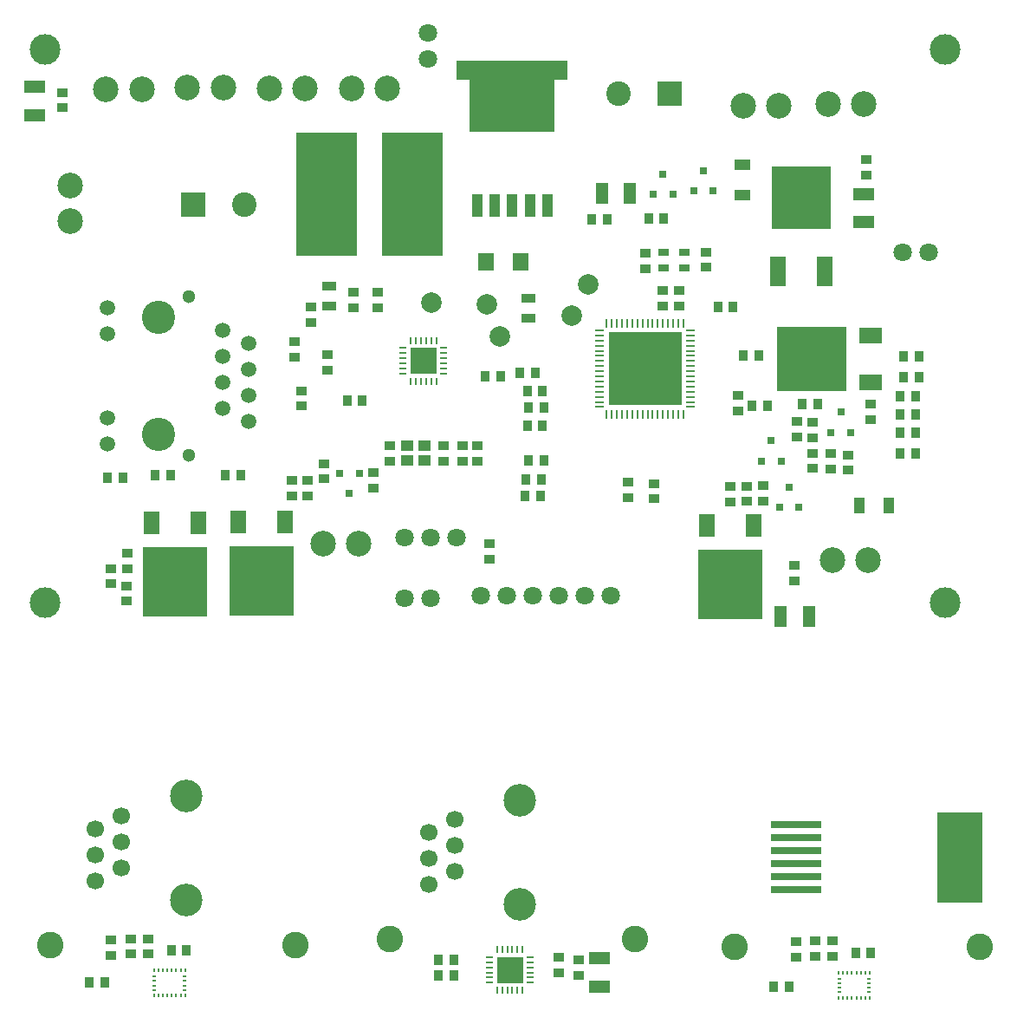
<source format=gts>
G04 #@! TF.FileFunction,Soldermask,Top*
%FSLAX46Y46*%
G04 Gerber Fmt 4.6, Leading zero omitted, Abs format (unit mm)*
G04 Created by KiCad (PCBNEW 4.0.6-e0-6349~53~ubuntu16.04.1) date Sun May 21 20:45:15 2017*
%MOMM*%
%LPD*%
G01*
G04 APERTURE LIST*
%ADD10C,0.150000*%
%ADD11C,3.000000*%
%ADD12R,1.000760X0.899160*%
%ADD13R,0.899160X1.000760*%
%ADD14R,1.397000X0.889000*%
%ADD15C,1.800000*%
%ADD16R,6.000000X12.000000*%
%ADD17R,2.499360X2.499360*%
%ADD18O,0.248920X0.800100*%
%ADD19O,0.800100X0.248920*%
%ADD20R,0.250000X0.850000*%
%ADD21R,0.850000X0.250000*%
%ADD22R,7.150000X7.150000*%
%ADD23C,0.780000*%
%ADD24R,10.800000X1.910000*%
%ADD25R,1.070000X2.160000*%
%ADD26R,8.330000X6.990000*%
%ADD27R,1.200000X1.100000*%
%ADD28R,1.000000X0.800000*%
%ADD29R,1.501140X1.000760*%
%ADD30R,1.549400X1.000760*%
%ADD31R,1.520000X1.680000*%
%ADD32R,1.000760X1.501140*%
%ADD33R,1.000760X1.549400*%
%ADD34R,1.250000X2.000000*%
%ADD35R,2.000000X1.250000*%
%ADD36C,1.500000*%
%ADD37C,3.250000*%
%ADD38C,1.300000*%
%ADD39C,2.000000*%
%ADD40R,1.000000X0.900000*%
%ADD41R,2.400000X2.400000*%
%ADD42C,2.400000*%
%ADD43R,0.900000X1.000000*%
%ADD44R,1.500000X2.300000*%
%ADD45R,6.230000X6.740000*%
%ADD46R,1.600000X3.000000*%
%ADD47R,5.800000X6.200000*%
%ADD48R,2.300000X1.500000*%
%ADD49R,6.740000X6.230000*%
%ADD50C,2.500000*%
%ADD51R,0.800100X0.800100*%
%ADD52R,0.250000X0.350000*%
%ADD53R,0.350000X0.250000*%
%ADD54C,1.700000*%
%ADD55C,3.180000*%
%ADD56C,2.600000*%
%ADD57R,5.000000X0.760000*%
%ADD58R,4.500000X8.800000*%
G04 APERTURE END LIST*
D10*
D11*
X178000000Y-113000000D03*
D12*
X132300000Y-99251840D03*
X132300000Y-97748160D03*
X130800000Y-99201840D03*
X130800000Y-97698160D03*
X129000000Y-99201840D03*
X129000000Y-97698160D03*
X123750000Y-99201840D03*
X123750000Y-97698160D03*
X122500000Y-82748160D03*
X122500000Y-84251840D03*
X133500000Y-107268160D03*
X133500000Y-108771840D03*
X149550000Y-101398160D03*
X149550000Y-102901840D03*
X157750000Y-92798160D03*
X157750000Y-94301840D03*
D13*
X136448160Y-90600000D03*
X137951840Y-90600000D03*
X159751840Y-88900000D03*
X158248160Y-88900000D03*
D14*
X137300000Y-85252500D03*
X137300000Y-83347500D03*
D12*
X120200000Y-82748160D03*
X120200000Y-84251840D03*
D13*
X134551840Y-90900000D03*
X133048160Y-90900000D03*
D12*
X152000000Y-82548160D03*
X152000000Y-84051840D03*
X148675000Y-78948160D03*
X148675000Y-80451840D03*
X154600000Y-80301840D03*
X154600000Y-78798160D03*
X150400000Y-82548160D03*
X150400000Y-84051840D03*
D14*
X117800000Y-82147500D03*
X117800000Y-84052500D03*
D11*
X90000000Y-113000000D03*
X90000000Y-59000000D03*
X178000000Y-59000000D03*
D15*
X142759680Y-112320000D03*
X145299680Y-112320000D03*
X132620000Y-112320000D03*
X135160000Y-112320000D03*
X140229840Y-112320000D03*
X137689840Y-112320000D03*
D16*
X125950000Y-73150000D03*
X117550000Y-73150000D03*
D17*
X127010000Y-89430000D03*
D18*
X125760320Y-91428980D03*
X126260700Y-91428980D03*
X126761080Y-91428980D03*
X127258920Y-91428980D03*
X127759300Y-91428980D03*
X128259680Y-91428980D03*
D19*
X129008980Y-90679680D03*
X129008980Y-90179300D03*
X129008980Y-89678920D03*
X129008980Y-89181080D03*
X129008980Y-88680700D03*
X129008980Y-88180320D03*
D18*
X128259680Y-87431020D03*
X127759300Y-87431020D03*
X127258920Y-87431020D03*
X126761080Y-87431020D03*
X126260700Y-87431020D03*
X125760320Y-87431020D03*
D19*
X125011020Y-88180320D03*
X125011020Y-88680700D03*
X125011020Y-89181080D03*
X125011020Y-89678920D03*
X125011020Y-90179300D03*
X125011020Y-90679680D03*
D20*
X151910000Y-94640000D03*
X152410000Y-94640000D03*
X148910000Y-94640000D03*
X149410000Y-94640000D03*
X150410000Y-94640000D03*
X149910000Y-94640000D03*
X151410000Y-94640000D03*
X150910000Y-94640000D03*
X146910000Y-94640000D03*
X147410000Y-94640000D03*
X148410000Y-94640000D03*
X147910000Y-94640000D03*
X145910000Y-94640000D03*
X146410000Y-94640000D03*
X145410000Y-94640000D03*
X144910000Y-94640000D03*
D21*
X144210000Y-93940000D03*
X144210000Y-93440000D03*
X144210000Y-92440000D03*
X144210000Y-92940000D03*
X144210000Y-90940000D03*
X144210000Y-90440000D03*
X144210000Y-91440000D03*
X144210000Y-91940000D03*
X144210000Y-87940000D03*
X144210000Y-87440000D03*
X144210000Y-88940000D03*
X144210000Y-88440000D03*
X144210000Y-89440000D03*
X144210000Y-89940000D03*
X144210000Y-86440000D03*
X144210000Y-86940000D03*
D20*
X144910000Y-85740000D03*
X145410000Y-85740000D03*
X146410000Y-85740000D03*
X145910000Y-85740000D03*
X147910000Y-85740000D03*
X148410000Y-85740000D03*
X147410000Y-85740000D03*
X146910000Y-85740000D03*
X150910000Y-85740000D03*
X151410000Y-85740000D03*
X149910000Y-85740000D03*
X150410000Y-85740000D03*
X149410000Y-85740000D03*
X148910000Y-85740000D03*
X152410000Y-85740000D03*
X151910000Y-85740000D03*
D21*
X153110000Y-86940000D03*
X153110000Y-86440000D03*
X153110000Y-89940000D03*
X153110000Y-89440000D03*
X153110000Y-88440000D03*
X153110000Y-88920000D03*
X153110000Y-87440000D03*
X153110000Y-87940000D03*
X153110000Y-91940000D03*
X153110000Y-91440000D03*
X153110000Y-90440000D03*
X153110000Y-90940000D03*
X153110000Y-92940000D03*
X153110000Y-92440000D03*
X153110000Y-93440000D03*
X153110000Y-93940000D03*
D22*
X148660000Y-90190000D03*
D23*
X140200000Y-61260000D03*
X131200000Y-61260000D03*
X138700000Y-65760000D03*
X138700000Y-64260000D03*
X138700000Y-62760000D03*
X138700000Y-61260000D03*
X135700000Y-65760000D03*
X135700000Y-64260000D03*
X135700000Y-62760000D03*
X135700000Y-61260000D03*
X137200000Y-61260000D03*
X137200000Y-62760000D03*
X137200000Y-64260000D03*
X137200000Y-65760000D03*
X134200000Y-65760000D03*
X134200000Y-64260000D03*
X134200000Y-62760000D03*
X134200000Y-61260000D03*
X132700000Y-61260000D03*
X132700000Y-62760000D03*
X132700000Y-64260000D03*
D24*
X135700000Y-61050000D03*
D25*
X137400000Y-74260000D03*
X139100000Y-74260000D03*
X135700000Y-74260000D03*
X134000000Y-74260000D03*
X132300000Y-74260000D03*
D26*
X135700000Y-63585000D03*
D23*
X132700000Y-65760000D03*
D26*
X135700000Y-63585000D03*
D24*
X135700000Y-61050000D03*
D27*
X127150000Y-97750000D03*
X125450000Y-97750000D03*
X127150000Y-99150000D03*
X125450000Y-99150000D03*
D28*
X150500000Y-80350000D03*
X152500000Y-80350000D03*
X150500000Y-78850000D03*
X152500000Y-78850000D03*
D29*
X158185240Y-70286960D03*
D30*
X158175080Y-73213040D03*
D31*
X133130000Y-79770000D03*
X136530000Y-79770000D03*
D32*
X169586960Y-103554760D03*
D33*
X172513040Y-103564920D03*
D34*
X144425000Y-73050000D03*
X147175000Y-73050000D03*
D35*
X88990000Y-65445000D03*
X88990000Y-62695000D03*
X170000000Y-73125000D03*
X170000000Y-75875000D03*
D34*
X161935000Y-114420000D03*
X164685000Y-114420000D03*
D36*
X96100000Y-84275000D03*
X96100000Y-86815000D03*
X96100000Y-94985000D03*
X96100000Y-97525000D03*
X107350000Y-86460000D03*
X107350000Y-91530000D03*
X107350000Y-89000000D03*
X107350000Y-94070000D03*
X109890000Y-87720000D03*
X109890000Y-92800000D03*
X109890000Y-90260000D03*
D37*
X101132080Y-96615000D03*
X101132080Y-85185000D03*
D38*
X104050000Y-83155000D03*
X104050000Y-98645000D03*
D36*
X109890000Y-95340000D03*
D39*
X127800000Y-83700000D03*
X133200000Y-83900000D03*
X134500000Y-87000000D03*
X143100000Y-82000000D03*
X141500000Y-85000000D03*
D12*
X117260000Y-99448160D03*
D40*
X117260000Y-100951840D03*
D41*
X104510000Y-74140000D03*
D42*
X109510000Y-74140000D03*
D41*
X151040000Y-63370000D03*
D42*
X146040000Y-63370000D03*
D12*
X97980000Y-112901840D03*
D40*
X97980000Y-111398160D03*
D12*
X158620000Y-101658160D03*
D40*
X158620000Y-103161840D03*
D12*
X168470000Y-100111840D03*
D40*
X168470000Y-98608160D03*
D13*
X173598160Y-98450000D03*
D43*
X175101840Y-98450000D03*
D13*
X173968160Y-90980000D03*
D43*
X175471840Y-90980000D03*
D15*
X125200000Y-106700000D03*
X127740000Y-106700000D03*
X130280000Y-106700000D03*
X127460000Y-59959840D03*
X127460000Y-57419840D03*
D44*
X159300000Y-105470000D03*
X154740000Y-105470000D03*
D45*
X157020000Y-111220000D03*
D44*
X105040000Y-105270000D03*
X100480000Y-105270000D03*
D45*
X102760000Y-111020000D03*
D44*
X113490000Y-105190000D03*
X108930000Y-105190000D03*
D45*
X111210000Y-110940000D03*
D46*
X161615000Y-80670000D03*
X166185000Y-80670000D03*
D47*
X163900000Y-73490000D03*
D48*
X170690000Y-91490000D03*
X170690000Y-86930000D03*
D49*
X164940000Y-89210000D03*
D15*
X127729840Y-112590000D03*
X125189840Y-112590000D03*
X173850160Y-78790000D03*
X176390160Y-78790000D03*
D50*
X158269940Y-64520000D03*
X161770060Y-64520000D03*
X166559940Y-64320000D03*
X170060060Y-64320000D03*
X120700060Y-107290000D03*
X117199940Y-107290000D03*
X92510000Y-75820060D03*
X92510000Y-72319940D03*
X119999940Y-62850000D03*
X123500060Y-62850000D03*
X111949940Y-62800000D03*
X115450060Y-62800000D03*
X103949940Y-62750000D03*
X107450060Y-62750000D03*
X95979940Y-62920000D03*
X99480060Y-62920000D03*
X170490060Y-108850000D03*
X166989940Y-108850000D03*
D13*
X157271840Y-84160000D03*
X155768160Y-84160000D03*
X165511840Y-93680000D03*
X164008160Y-93680000D03*
D12*
X115660000Y-102631840D03*
X115660000Y-101128160D03*
D13*
X173968160Y-88960000D03*
X175471840Y-88960000D03*
X175101840Y-92900000D03*
X173598160Y-92900000D03*
X150511840Y-75550000D03*
X149008160Y-75550000D03*
D12*
X170670000Y-95141840D03*
X170670000Y-93638160D03*
X163260000Y-110901840D03*
X163260000Y-109398160D03*
X170320000Y-71301840D03*
X170320000Y-69798160D03*
X91750000Y-64731840D03*
X91750000Y-63228160D03*
D13*
X175101840Y-96470000D03*
X173598160Y-96470000D03*
D12*
X165010000Y-96921840D03*
X165010000Y-95418160D03*
X165020000Y-99951840D03*
X165020000Y-98448160D03*
X166830000Y-98488160D03*
X166830000Y-99991840D03*
D13*
X144951840Y-75600000D03*
X143448160Y-75600000D03*
D12*
X160230000Y-101598160D03*
X160230000Y-103101840D03*
X157020000Y-103211840D03*
X157020000Y-101708160D03*
X114160000Y-101138160D03*
X114160000Y-102641840D03*
D13*
X175101840Y-94680000D03*
X173598160Y-94680000D03*
D12*
X96430000Y-111211840D03*
X96430000Y-109708160D03*
X98030000Y-109751840D03*
X98030000Y-108248160D03*
X122150000Y-101831840D03*
X122150000Y-100328160D03*
X163500000Y-96851840D03*
X163500000Y-95348160D03*
D13*
X109151840Y-100600000D03*
X107648160Y-100600000D03*
X102261840Y-100580000D03*
X100758160Y-100580000D03*
D12*
X147000000Y-101248160D03*
X147000000Y-102751840D03*
D13*
X96118160Y-100830000D03*
X97621840Y-100830000D03*
D12*
X114400000Y-87548160D03*
X114400000Y-89051840D03*
X116000000Y-85651840D03*
X116000000Y-84148160D03*
X115100000Y-92348160D03*
X115100000Y-93851840D03*
X117600000Y-90351840D03*
X117600000Y-88848160D03*
D13*
X138651840Y-95800000D03*
X137148160Y-95800000D03*
X138751840Y-94000000D03*
X137248160Y-94000000D03*
X138651840Y-92400000D03*
X137148160Y-92400000D03*
X159098160Y-93830000D03*
X160601840Y-93830000D03*
X119548160Y-93300000D03*
X121051840Y-93300000D03*
X138451840Y-102600000D03*
X136948160Y-102600000D03*
X138501840Y-101000000D03*
X136998160Y-101000000D03*
X138751840Y-99150000D03*
X137248160Y-99150000D03*
D51*
X166850000Y-96440000D03*
X168750000Y-96440000D03*
X167800000Y-94440000D03*
X153420000Y-72830000D03*
X155320000Y-72830000D03*
X154370000Y-70830000D03*
X149480000Y-73170000D03*
X151380000Y-73170000D03*
X150430000Y-71170000D03*
X120720000Y-100380000D03*
X118820000Y-100380000D03*
X119770000Y-102380000D03*
X161800000Y-103760000D03*
X163700000Y-103760000D03*
X162750000Y-101760000D03*
X160050000Y-99200000D03*
X161950000Y-99200000D03*
X161000000Y-97200000D03*
D52*
X103705000Y-148975000D03*
X100695000Y-148950000D03*
X103705000Y-151425000D03*
X100695000Y-151425000D03*
X102415000Y-151425000D03*
X103275000Y-151425000D03*
X102845000Y-151425000D03*
X103275000Y-148975000D03*
D53*
X103675000Y-150845000D03*
X103675000Y-150415000D03*
D52*
X102415000Y-148975000D03*
X102845000Y-148975000D03*
X101125000Y-148950000D03*
D53*
X100725000Y-150845000D03*
X100725000Y-149555000D03*
D52*
X101555000Y-148975000D03*
D53*
X100725000Y-149985000D03*
X100725000Y-150415000D03*
X103675000Y-149555000D03*
X103675000Y-149985000D03*
D52*
X101985000Y-148975000D03*
X101555000Y-151425000D03*
X101985000Y-151425000D03*
X101125000Y-151425000D03*
D13*
X103851840Y-147000000D03*
D43*
X102348160Y-147000000D03*
D12*
X100100000Y-147351840D03*
D40*
X100100000Y-145848160D03*
D12*
X96500000Y-145948160D03*
D40*
X96500000Y-147451840D03*
D54*
X94960000Y-140175000D03*
X94960000Y-137635000D03*
X94960000Y-135095000D03*
X97500000Y-136365000D03*
X97500000Y-133825000D03*
X97500000Y-138905000D03*
D55*
X103850000Y-142080000D03*
X103850000Y-131920000D03*
D13*
X94348160Y-150100000D03*
D43*
X95851840Y-150100000D03*
D12*
X98400000Y-147351840D03*
D40*
X98400000Y-145848160D03*
D56*
X114500000Y-146450000D03*
X90500000Y-146450000D03*
D57*
X163400000Y-134725000D03*
X163400000Y-137265000D03*
X163400000Y-139805000D03*
X163400000Y-138535000D03*
X163400000Y-141075000D03*
X163400000Y-135995000D03*
D58*
X179450000Y-137900000D03*
D52*
X170605000Y-149175000D03*
X167595000Y-149150000D03*
X170605000Y-151625000D03*
X167595000Y-151625000D03*
X169315000Y-151625000D03*
X170175000Y-151625000D03*
X169745000Y-151625000D03*
X170175000Y-149175000D03*
D53*
X170575000Y-151045000D03*
X170575000Y-150615000D03*
D52*
X169315000Y-149175000D03*
X169745000Y-149175000D03*
X168025000Y-149150000D03*
D53*
X167625000Y-151045000D03*
X167625000Y-149755000D03*
D52*
X168455000Y-149175000D03*
D53*
X167625000Y-150185000D03*
X167625000Y-150615000D03*
X170575000Y-149755000D03*
X170575000Y-150185000D03*
D52*
X168885000Y-149175000D03*
X168455000Y-151625000D03*
X168885000Y-151625000D03*
X168025000Y-151625000D03*
D13*
X170751840Y-147200000D03*
D43*
X169248160Y-147200000D03*
D12*
X167000000Y-147551840D03*
D40*
X167000000Y-146048160D03*
D12*
X163400000Y-146148160D03*
D40*
X163400000Y-147651840D03*
D13*
X161248160Y-150500000D03*
D43*
X162751840Y-150500000D03*
D12*
X165300000Y-147551840D03*
D40*
X165300000Y-146048160D03*
D56*
X181400000Y-146650000D03*
X157400000Y-146650000D03*
X123700000Y-145900000D03*
X147700000Y-145900000D03*
D13*
X128448160Y-147900000D03*
X129951840Y-147900000D03*
D12*
X140200000Y-149151840D03*
X140200000Y-147648160D03*
D13*
X128448160Y-149400000D03*
X129951840Y-149400000D03*
D35*
X144200000Y-150525000D03*
X144200000Y-147775000D03*
D12*
X142200000Y-147898160D03*
X142200000Y-149401840D03*
D17*
X135450000Y-148900000D03*
D19*
X133451020Y-147650320D03*
X133451020Y-148150700D03*
X133451020Y-148651080D03*
X133451020Y-149148920D03*
X133451020Y-149649300D03*
X133451020Y-150149680D03*
D18*
X134200320Y-150898980D03*
X134700700Y-150898980D03*
X135201080Y-150898980D03*
X135698920Y-150898980D03*
X136199300Y-150898980D03*
X136699680Y-150898980D03*
D19*
X137448980Y-150149680D03*
X137448980Y-149649300D03*
X137448980Y-149148920D03*
X137448980Y-148651080D03*
X137448980Y-148150700D03*
X137448980Y-147650320D03*
D18*
X136699680Y-146901020D03*
X136199300Y-146901020D03*
X135698920Y-146901020D03*
X135201080Y-146901020D03*
X134700700Y-146901020D03*
X134200320Y-146901020D03*
D54*
X127510000Y-140575000D03*
X127510000Y-138035000D03*
X127510000Y-135495000D03*
X130050000Y-136765000D03*
X130050000Y-134225000D03*
X130050000Y-139305000D03*
D55*
X136400000Y-142480000D03*
X136400000Y-132320000D03*
M02*

</source>
